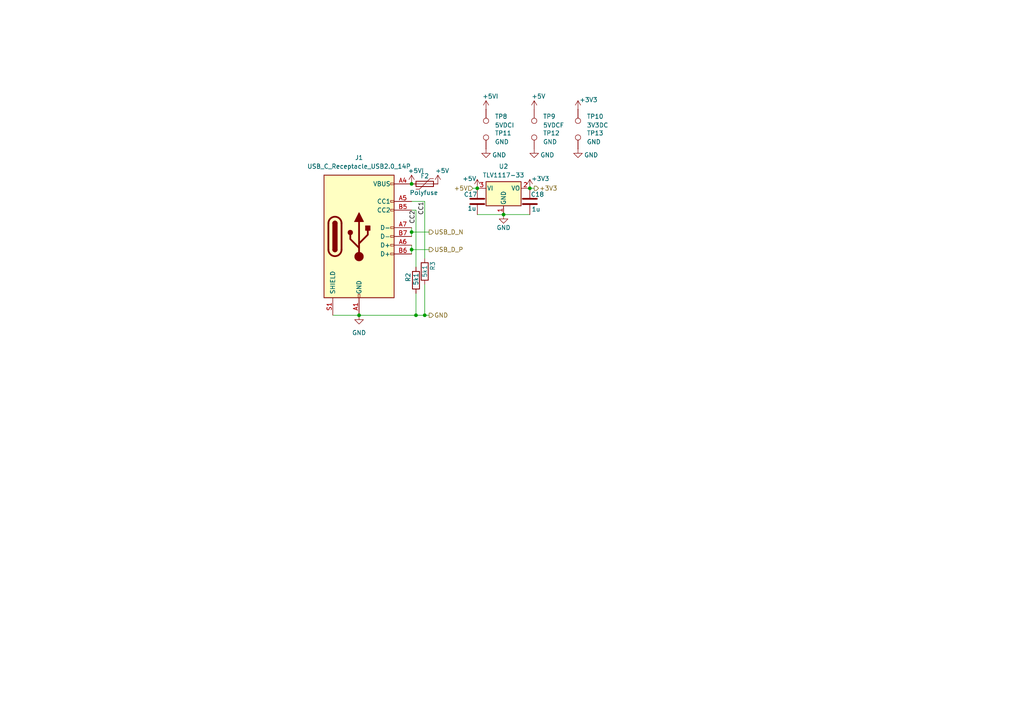
<source format=kicad_sch>
(kicad_sch (version 20231120) (generator "eeschema") (generator_version "8.0")
  (paper "A4")
  (lib_symbols
    (symbol "Connector:TestPoint" (pin_numbers hide) (pin_names (offset 0.762) hide)
      (property "Reference" "TP" (at 0 6.858 0))
      (property "Value" "TestPoint" (at 0 5.08 0))
      (symbol "TestPoint_0_1"
        (circle (center 0 3.302) (radius 0.762))
      )
      (symbol "TestPoint_1_1"
        (pin passive line (at 0 0 90) (length 2.54) (name "1") (number "1"))
      )
    )
    (symbol "Connector:USB_C_Receptacle_USB2.0_14P" (pin_names (offset 1.016))
      (property "Reference" "J" (at 0 22.225 0))
      (property "Value" "USB_C_Receptacle_USB2.0_14P" (at 0 19.685 0))
      (symbol "USB_C_Receptacle_USB2.0_14P_0_0"
        (rectangle (start -0.254 -17.78) (end 0.254 -16.764))
        (rectangle (start 10.16 -4.826) (end 9.144 -5.334))
        (rectangle (start 10.16 -2.286) (end 9.144 -2.794))
        (rectangle (start 10.16 0.254) (end 9.144 -0.254))
        (rectangle (start 10.16 2.794) (end 9.144 2.286))
        (rectangle (start 10.16 7.874) (end 9.144 7.366))
        (rectangle (start 10.16 10.414) (end 9.144 9.906))
        (rectangle (start 10.16 15.494) (end 9.144 14.986))
      )
      (symbol "USB_C_Receptacle_USB2.0_14P_0_1"
        (rectangle (start -10.16 17.78) (end 10.16 -17.78) (stroke (width 0.254)) (fill (type background)))
        (arc (start -8.89 -3.81) (mid -6.985 -5.7067) (end -5.08 -3.81) (stroke (width 0.508)))
        (arc (start -7.62 -3.81) (mid -6.985 -4.4423) (end -6.35 -3.81) (stroke (width 0.254)))
        (arc (start -7.62 -3.81) (mid -6.985 -4.4423) (end -6.35 -3.81) (stroke (width 0.254)) (fill (type outline)))
        (rectangle (start -7.62 -3.81) (end -6.35 3.81) (stroke (width 0.254)) (fill (type outline)))
        (arc (start -6.35 3.81) (mid -6.985 4.4423) (end -7.62 3.81) (stroke (width 0.254)))
        (arc (start -6.35 3.81) (mid -6.985 4.4423) (end -7.62 3.81) (stroke (width 0.254)) (fill (type outline)))
        (arc (start -5.08 3.81) (mid -6.985 5.7067) (end -8.89 3.81) (stroke (width 0.508)))
        (circle (center -2.54 1.143) (radius 0.635) (stroke (width 0.254)) (fill (type outline)))
        (circle (center 0 -5.842) (radius 1.27) (fill (type outline)))
        (polyline (pts (xy -8.89 -3.81) (xy -8.89 3.81)) (stroke (width 0.508)))
        (polyline (pts (xy -5.08 3.81) (xy -5.08 -3.81)) (stroke (width 0.508)))
        (polyline (pts (xy 0 -5.842) (xy 0 4.318)) (stroke (width 0.508)))
        (polyline (pts (xy 0 -3.302) (xy -2.54 -0.762) (xy -2.54 0.508)) (stroke (width 0.508)))
        (polyline (pts (xy 0 -2.032) (xy 2.54 0.508) (xy 2.54 1.778)) (stroke (width 0.508)))
        (polyline (pts (xy -1.27 4.318) (xy 0 6.858) (xy 1.27 4.318) (xy -1.27 4.318)) (stroke (width 0.254)) (fill (type outline)))
        (rectangle (start 1.905 1.778) (end 3.175 3.048) (stroke (width 0.254)) (fill (type outline)))
      )
      (symbol "USB_C_Receptacle_USB2.0_14P_1_1"
        (pin passive line (at 0 -22.86 90) (length 5.08) (name "GND") (number "A1"))
        (pin passive line (at 0 -22.86 90) (length 5.08) hide (name "GND") (number "A12"))
        (pin passive line (at 15.24 15.24 180) (length 5.08) (name "VBUS") (number "A4"))
        (pin bidirectional line (at 15.24 10.16 180) (length 5.08) (name "CC1") (number "A5"))
        (pin bidirectional line (at 15.24 -2.54 180) (length 5.08) (name "D+") (number "A6"))
        (pin bidirectional line (at 15.24 2.54 180) (length 5.08) (name "D-") (number "A7"))
        (pin passive line (at 15.24 15.24 180) (length 5.08) hide (name "VBUS") (number "A9"))
        (pin passive line (at 0 -22.86 90) (length 5.08) hide (name "GND") (number "B1"))
        (pin passive line (at 0 -22.86 90) (length 5.08) hide (name "GND") (number "B12"))
        (pin passive line (at 15.24 15.24 180) (length 5.08) hide (name "VBUS") (number "B4"))
        (pin bidirectional line (at 15.24 7.62 180) (length 5.08) (name "CC2") (number "B5"))
        (pin bidirectional line (at 15.24 -5.08 180) (length 5.08) (name "D+") (number "B6"))
        (pin bidirectional line (at 15.24 0 180) (length 5.08) (name "D-") (number "B7"))
        (pin passive line (at 15.24 15.24 180) (length 5.08) hide (name "VBUS") (number "B9"))
        (pin passive line (at -7.62 -22.86 90) (length 5.08) (name "SHIELD") (number "S1"))
      )
    )
    (symbol "Device:C" (pin_numbers hide) (pin_names (offset 0.254))
      (property "Reference" "C" (at 0.635 2.54 0))
      (property "Value" "C" (at 0.635 -2.54 0))
      (symbol "C_0_1"
        (polyline (pts (xy -2.032 -0.762) (xy 2.032 -0.762)) (stroke (width 0.508)))
        (polyline (pts (xy -2.032 0.762) (xy 2.032 0.762)) (stroke (width 0.508)))
      )
      (symbol "C_1_1"
        (pin passive line (at 0 3.81 270) (length 2.794) (name "~") (number "1"))
        (pin passive line (at 0 -3.81 90) (length 2.794) (name "~") (number "2"))
      )
    )
    (symbol "Device:Polyfuse" (pin_numbers hide) (pin_names (offset 0))
      (property "Reference" "F" (at -2.54 0 90))
      (property "Value" "Polyfuse" (at 2.54 0 90))
      (symbol "Polyfuse_0_1"
        (rectangle (start -0.762 2.54) (end 0.762 -2.54) (stroke (width 0.254)))
        (polyline (pts (xy 0 2.54) (xy 0 -2.54)))
        (polyline (pts (xy -1.524 2.54) (xy -1.524 1.524) (xy 1.524 -1.524) (xy 1.524 -2.54)))
      )
      (symbol "Polyfuse_1_1"
        (pin passive line (at 0 3.81 270) (length 1.27) (name "~") (number "1"))
        (pin passive line (at 0 -3.81 90) (length 1.27) (name "~") (number "2"))
      )
    )
    (symbol "Device:R" (pin_numbers hide) (pin_names (offset 0))
      (property "Reference" "R" (at 2.032 0 90))
      (property "Value" "R" (at 0 0 90))
      (symbol "R_0_1"
        (rectangle (start -1.016 -2.54) (end 1.016 2.54) (stroke (width 0.254)))
      )
      (symbol "R_1_1"
        (pin passive line (at 0 3.81 270) (length 1.27) (name "~") (number "1"))
        (pin passive line (at 0 -3.81 90) (length 1.27) (name "~") (number "2"))
      )
    )
    (symbol "Regulator_Linear:TLV1117-33" (pin_names (offset 0.254))
      (property "Reference" "U" (at -3.81 3.175 0))
      (property "Value" "TLV1117-33" (at 0 3.175 0))
      (symbol "TLV1117-33_0_1"
        (rectangle (start -5.08 -5.08) (end 5.08 1.905) (stroke (width 0.254)) (fill (type background)))
      )
      (symbol "TLV1117-33_1_1"
        (pin power_in line (at 0 -7.62 90) (length 2.54) (name "GND") (number "1"))
        (pin power_out line (at 7.62 0 180) (length 2.54) (name "VO") (number "2"))
        (pin power_in line (at -7.62 0 0) (length 2.54) (name "VI") (number "3"))
      )
    )
    (symbol "power:+3V3" (power) (pin_numbers hide) (pin_names (offset 0) hide)
      (property "Value" "+3V3" (at 0 3.556 0))
      (symbol "+3V3_0_1"
        (polyline (pts (xy -0.762 1.27) (xy 0 2.54)))
        (polyline (pts (xy 0 0) (xy 0 2.54)))
        (polyline (pts (xy 0 2.54) (xy 0.762 1.27)))
      )
      (symbol "+3V3_1_1"
        (pin power_in line (at 0 0 90) (length 0) (name "~") (number "1"))
      )
    )
    (symbol "power:+5V" (power) (pin_numbers hide) (pin_names (offset 0) hide)
      (property "Value" "+5V" (at 0 3.556 0))
      (symbol "+5V_0_1"
        (polyline (pts (xy -0.762 1.27) (xy 0 2.54)))
        (polyline (pts (xy 0 0) (xy 0 2.54)))
        (polyline (pts (xy 0 2.54) (xy 0.762 1.27)))
      )
      (symbol "+5V_1_1"
        (pin power_in line (at 0 0 90) (length 0) (name "~") (number "1"))
      )
    )
    (symbol "power:+5VL" (power) (pin_numbers hide) (pin_names (offset 0) hide)
      (property "Value" "+5VL" (at 0 3.556 0))
      (symbol "+5VL_0_1"
        (polyline (pts (xy -0.762 1.27) (xy 0 2.54)))
        (polyline (pts (xy 0 0) (xy 0 2.54)))
        (polyline (pts (xy 0 2.54) (xy 0.762 1.27)))
      )
      (symbol "+5VL_1_1"
        (pin power_in line (at 0 0 90) (length 0) (name "~") (number "1"))
      )
    )
    (symbol "power:GND" (power) (pin_numbers hide) (pin_names (offset 0) hide)
      (property "Value" "GND" (at 0 -3.81 0))
      (symbol "GND_0_1"
        (polyline (pts (xy 0 0) (xy 0 -1.27) (xy 1.27 -1.27) (xy 0 -2.54) (xy -1.27 -1.27) (xy 0 -1.27)))
      )
      (symbol "GND_1_1"
        (pin power_in line (at 0 0 270) (length 0) (name "~") (number "1"))
      )
    )
  )
  (junction (at 119.38 67.31))
  (junction (at 153.67 54.61))
  (junction (at 123.19 91.44))
  (junction (at 119.38 53.34))
  (junction (at 119.38 72.39))
  (junction (at 120.65 91.44))
  (junction (at 146.05 62.23))
  (junction (at 138.43 54.61))
  (junction (at 104.14 91.44))
  (wire (pts (xy 138.43 62.23) (xy 146.05 62.23)))
  (wire (pts (xy 137.16 54.61) (xy 138.43 54.61)))
  (wire (pts (xy 120.65 91.44) (xy 123.19 91.44)))
  (wire (pts (xy 123.19 58.42) (xy 119.38 58.42)))
  (wire (pts (xy 119.38 67.31) (xy 124.46 67.31)))
  (wire (pts (xy 96.52 91.44) (xy 104.14 91.44)))
  (wire (pts (xy 154.94 54.61) (xy 153.67 54.61)))
  (wire (pts (xy 119.38 66.04) (xy 119.38 67.31)))
  (wire (pts (xy 123.19 82.55) (xy 123.19 91.44)))
  (wire (pts (xy 119.38 67.31) (xy 119.38 68.58)))
  (wire (pts (xy 119.38 72.39) (xy 119.38 73.66)))
  (wire (pts (xy 120.65 60.96) (xy 119.38 60.96)))
  (wire (pts (xy 104.14 91.44) (xy 120.65 91.44)))
  (wire (pts (xy 120.65 77.47) (xy 120.65 60.96)))
  (wire (pts (xy 120.65 85.09) (xy 120.65 91.44)))
  (wire (pts (xy 123.19 91.44) (xy 124.46 91.44)))
  (wire (pts (xy 146.05 62.23) (xy 153.67 62.23)))
  (wire (pts (xy 119.38 71.12) (xy 119.38 72.39)))
  (wire (pts (xy 123.19 74.93) (xy 123.19 58.42)))
  (wire (pts (xy 119.38 72.39) (xy 124.46 72.39)))
  (label "CC1" (at 123.19 58.42 270))
  (label "CC2" (at 120.65 60.96 270))
  (hierarchical_label "+3V3" (shape output) (at 154.94 54.61 0))
  (hierarchical_label "USB_D_P" (shape output) (at 124.46 72.39 0))
  (hierarchical_label "+5V" (shape input) (at 137.16 54.61 180))
  (hierarchical_label "USB_D_N" (shape output) (at 124.46 67.31 0))
  (hierarchical_label "GND" (shape output) (at 124.46 91.44 0))
  (symbol (lib_id "power:+5VL") (at 119.38 53.34 0) (unit 1)
    (property "Reference" "#PWR011" (effects (hide yes)))
    (property "Value" "+5VI" (at 120.65 49.53 0))
    (property "Description" "Power symbol creates a global label with name \"+5VL\"" (effects (hide yes)))
  )
  (symbol (lib_id "power:GND") (at 140.97 43.18 0) (unit 1)
    (property "Reference" "#PWR01" (effects (hide yes)))
    (property "Value" "GND" (at 144.78 44.958 0))
    (property "Description" "Power symbol creates a global label with name \"GND\" , ground" (effects (hide yes)))
  )
  (symbol (lib_id "Connector:TestPoint") (at 167.64 43.18 0) (unit 1)
    (property "Reference" "TP13" (at 170.18 38.6079 0) (effects (justify left)))
    (property "Value" "GND" (at 170.18 41.1479 0) (effects (justify left)))
    (property "Description" "test point" (effects (hide yes)))
  )
  (symbol (lib_id "power:GND") (at 154.94 43.18 0) (unit 1)
    (property "Reference" "#PWR013" (effects (hide yes)))
    (property "Value" "GND" (at 158.75 44.958 0))
    (property "Description" "Power symbol creates a global label with name \"GND\" , ground" (effects (hide yes)))
  )
  (symbol (lib_id "Device:R") (at 120.65 81.28 0) (unit 1)
    (property "Reference" "R2" (at 118.364 81.788 90) (effects (justify left)))
    (property "Value" "5k1" (at 120.65 82.804 90) (effects (justify left)))
    (property "Description" "Resistor" (effects (hide yes)))
  )
  (symbol (lib_id "power:+3V3") (at 167.64 31.75 0) (unit 1)
    (property "Reference" "#PWR017" (effects (hide yes)))
    (property "Value" "+3V3" (at 170.688 28.956 0))
    (property "Description" "Power symbol creates a global label with name \"+3V3\"" (effects (hide yes)))
  )
  (symbol (lib_id "Device:R") (at 123.19 78.74 0) (unit 1)
    (property "Reference" "R3" (at 125.476 78.486 90) (effects (justify left)))
    (property "Value" "5k1" (at 123.19 80.518 90) (effects (justify left)))
    (property "Description" "Resistor" (effects (hide yes)))
  )
  (symbol (lib_id "Connector:TestPoint") (at 140.97 43.18 0) (unit 1)
    (property "Reference" "TP11" (at 143.51 38.6079 0) (effects (justify left)))
    (property "Value" "GND" (at 143.51 41.1479 0) (effects (justify left)))
    (property "Description" "test point" (effects (hide yes)))
  )
  (symbol (lib_id "Connector:TestPoint") (at 154.94 43.18 0) (unit 1)
    (property "Reference" "TP12" (at 157.48 38.6079 0) (effects (justify left)))
    (property "Value" "GND" (at 157.48 41.1479 0) (effects (justify left)))
    (property "Description" "test point" (effects (hide yes)))
  )
  (symbol (lib_id "power:+5VL") (at 140.97 31.75 0) (unit 1)
    (property "Reference" "#PWR015" (effects (hide yes)))
    (property "Value" "+5VI" (at 142.24 27.94 0))
    (property "Description" "Power symbol creates a global label with name \"+5VL\"" (effects (hide yes)))
  )
  (symbol (lib_id "power:GND") (at 104.14 91.44 0) (unit 1)
    (property "Reference" "#PWR06" (effects (hide yes)))
    (property "Value" "GND" (at 104.14 96.52 0))
    (property "Description" "Power symbol creates a global label with name \"GND\" , ground" (effects (hide yes)))
  )
  (symbol (lib_id "Device:Polyfuse") (at 123.19 53.34 90) (unit 1)
    (property "Reference" "F2" (at 123.19 51.054 90))
    (property "Value" "Polyfuse" (at 122.936 55.88 90))
    (property "Description" "Resettable fuse, polymeric positive temperature coefficient" (effects (hide yes)))
  )
  (symbol (lib_id "Device:C") (at 153.67 58.42 0) (unit 1)
    (property "Reference" "C18" (at 153.924 56.388 0) (effects (justify left)))
    (property "Value" "1u" (at 154.178 60.706 0) (effects (justify left)))
    (property "Description" "Unpolarized capacitor" (effects (hide yes)))
  )
  (symbol (lib_id "Device:C") (at 138.43 58.42 0) (unit 1)
    (property "Reference" "C17" (at 138.43 56.388 0) (effects (justify right)))
    (property "Value" "1u" (at 138.176 60.452 0) (effects (justify right)))
    (property "Description" "Unpolarized capacitor" (effects (hide yes)))
  )
  (symbol (lib_id "Connector:TestPoint") (at 154.94 31.75 180) (unit 1)
    (property "Reference" "TP9" (at 157.48 33.7819 0) (effects (justify right)))
    (property "Value" "5VDCF" (at 157.48 36.3219 0) (effects (justify right)))
    (property "Description" "test point" (effects (hide yes)))
  )
  (symbol (lib_id "power:GND") (at 146.05 62.23 0) (unit 1)
    (property "Reference" "#PWR08" (effects (hide yes)))
    (property "Value" "GND" (at 146.05 66.04 0))
    (property "Description" "Power symbol creates a global label with name \"GND\" , ground" (effects (hide yes)))
  )
  (symbol (lib_id "Regulator_Linear:TLV1117-33") (at 146.05 54.61 0) (unit 1)
    (property "Reference" "U2" (at 146.05 48.26 0))
    (property "Value" "TLV1117-33" (at 146.05 50.8 0))
    (property "Datasheet" "http://www.ti.com/lit/ds/symlink/tlv1117.pdf" (effects (hide yes)))
    (property "Description" "800mA Low-Dropout Linear Regulator, 3.3V fixed output, TO-220/TO-252/TO-263/SOT-223" (effects (hide yes)))
  )
  (symbol (lib_id "Connector:TestPoint") (at 140.97 31.75 180) (unit 1)
    (property "Reference" "TP8" (at 143.51 33.7819 0) (effects (justify right)))
    (property "Value" "5VDCI" (at 143.51 36.3219 0) (effects (justify right)))
    (property "Description" "test point" (effects (hide yes)))
  )
  (symbol (lib_id "power:+5V") (at 138.43 54.61 0) (unit 1)
    (property "Reference" "#PWR09" (effects (hide yes)))
    (property "Value" "+5V" (at 136.144 51.816 0))
    (property "Description" "Power symbol creates a global label with name \"+5V\"" (effects (hide yes)))
  )
  (symbol (lib_id "power:+3V3") (at 153.67 54.61 0) (unit 1)
    (property "Reference" "#PWR010" (effects (hide yes)))
    (property "Value" "+3V3" (at 156.718 51.816 0))
    (property "Description" "Power symbol creates a global label with name \"+3V3\"" (effects (hide yes)))
  )
  (symbol (lib_id "Connector:TestPoint") (at 167.64 31.75 180) (unit 1)
    (property "Reference" "TP10" (at 170.18 33.7819 0) (effects (justify right)))
    (property "Value" "3V3DC" (at 170.18 36.3219 0) (effects (justify right)))
    (property "Description" "test point" (effects (hide yes)))
  )
  (symbol (lib_id "Connector:USB_C_Receptacle_USB2.0_14P") (at 104.14 68.58 0) (unit 1)
    (property "Reference" "J1" (at 104.14 45.72 0))
    (property "Value" "USB_C_Receptacle_USB2.0_14P" (at 104.14 48.26 0))
    (property "Datasheet" "https://www.usb.org/sites/default/files/documents/usb_type-c.zip" (effects (hide yes)))
    (property "Description" "USB 2.0-only 14P Type-C Receptacle connector" (effects (hide yes)))
  )
  (symbol (lib_id "power:+5V") (at 154.94 31.75 0) (unit 1)
    (property "Reference" "#PWR016" (effects (hide yes)))
    (property "Value" "+5V" (at 156.21 27.94 0))
    (property "Description" "Power symbol creates a global label with name \"+5V\"" (effects (hide yes)))
  )
  (symbol (lib_id "power:+5V") (at 127 53.34 0) (unit 1)
    (property "Reference" "#PWR07" (effects (hide yes)))
    (property "Value" "+5V" (at 128.27 49.53 0))
    (property "Description" "Power symbol creates a global label with name \"+5V\"" (effects (hide yes)))
  )
  (symbol (lib_id "power:GND") (at 167.64 43.18 0) (unit 1)
    (property "Reference" "#PWR014" (effects (hide yes)))
    (property "Value" "GND" (at 171.45 44.958 0))
    (property "Description" "Power symbol creates a global label with name \"GND\" , ground" (effects (hide yes)))
  )
)
</source>
